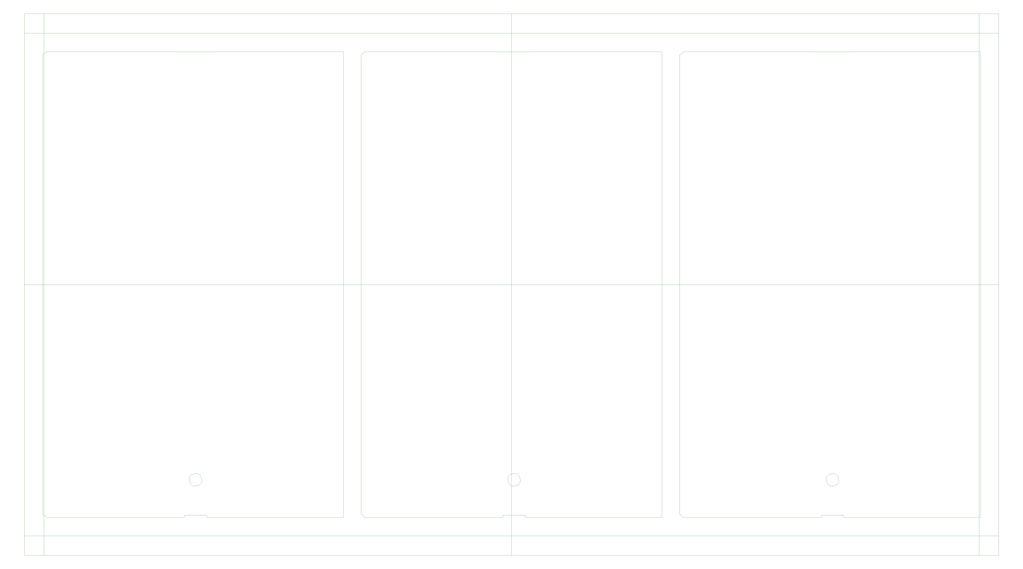
<source format=gbr>
G04 CAM350 V10.5 (Build 464) Date:  Thu Apr 06 16:15:20 2023 *
G04 Database: e:\luyen tap\2023\04 month\m1000r12700-sm-x716b digitizer\m1000r12700-00(1).cam *
G04 Layer 2: outline *
%FSLAX44Y44*%
%MOMM*%
%SFA1.000B1.000*%

%MIA0B0*%
%IPPOS*%
%ADD100C,0.01000*%
%ADD101C,0.10000*%
%ADD102C,0.20000*%
%LNoutline*%
%LPD*%
G54D102*
X0Y0D03*
G54D101*
X-2500000Y-1390000D02*
G01X2500000D01*
Y-1390000D02*
G01Y1390000D01*
X-2500000Y-1390000D02*
G01Y1390000D01*
Y1390000D02*
G01X2500000D01*
X-2500000Y1290000D02*
G01X2500000D01*
X-2500000Y-1290000D02*
G01X2500000D01*
X-2400000Y-1390000D02*
G01Y1390000D01*
X2400000Y-1390000D02*
G01Y1390000D01*
X-2500000Y0D02*
G01X2500000D01*
X0Y-1390000D02*
G01Y1390000D01*
G54D100*
X-1627806Y-1034721D02*
G01X-1627385Y-1034772D01*
X-1626962Y-1034786*
X-1626540Y-1034765*
X-1626120Y-1034709*
X-1625704Y-1034616*
X-1603048Y-1028539*
X-1602644Y-1028412*
X-1602252Y-1028252*
X-1601876Y-1028059*
X-1601517Y-1027835*
X-1601175Y-1027578*
X-1599163Y-1025790*
X-1597302Y-1023849*
X-1595604Y-1021765*
X-1594078Y-1019551*
X-1592734Y-1017222*
X-1591582Y-1014793*
X-1590628Y-1012279*
X-1589878Y-1009696*
X-1589339Y-1007065*
X-1589289Y-1006645*
X-1589274Y-1006222*
X-1589295Y-1005799*
X-1589351Y-1005380*
X-1589444Y-1004963*
X-1595521Y-982308*
X-1595648Y-981905*
X-1595808Y-981513*
X-1596001Y-981137*
X-1596225Y-980778*
X-1596482Y-980435*
X-1598266Y-978427*
X-1600207Y-976566*
X-1602291Y-974867*
X-1604504Y-973341*
X-1606833Y-971997*
X-1609262Y-970844*
X-1611776Y-969889*
X-1614358Y-969140*
X-1616995Y-968599*
X-1617414Y-968548*
X-1617837Y-968534*
X-1618260Y-968555*
X-1618679Y-968611*
X-1619097Y-968704*
X-1641752Y-974781*
X-1642156Y-974907*
X-1642547Y-975068*
X-1642924Y-975261*
X-1643283Y-975485*
X-1643625Y-975742*
X-1645633Y-977526*
X-1647494Y-979467*
X-1649193Y-981551*
X-1650720Y-983764*
X-1652064Y-986093*
X-1653216Y-988522*
X-1654171Y-991036*
X-1654921Y-993618*
X-1655461Y-996255*
X-1655512Y-996674*
X-1655527Y-997097*
X-1655506Y-997520*
X-1655449Y-997939*
X-1655356Y-998357*
X-1649279Y-1021012*
X-1649152Y-1021416*
X-1648992Y-1021808*
X-1648799Y-1022184*
X-1648575Y-1022543*
X-1648319Y-1022885*
X-1646531Y-1024897*
X-1644589Y-1026758*
X-1642505Y-1028456*
X-1640291Y-1029983*
X-1637962Y-1031326*
X-1635533Y-1032479*
X-1633019Y-1033433*
X-1630436Y-1034182*
X-1627806Y-1034721*
X-1525221Y1194660D02*
G01X-1525563Y1194510D01*
X-1525917Y1194385*
X-1526279Y1194287*
X-1526648Y1194217*
X-1527021Y1194174*
X-1527400Y1194160*
X-1717400*
X-1717774Y1194174*
X-1718147Y1194216*
X-1718515Y1194286*
X-1718878Y1194383*
X-1719232Y1194508*
X-1719579Y1194660*
X-1719922Y1194811*
X-1720276Y1194935*
X-1720638Y1195033*
X-1721007Y1195103*
X-1721380Y1195146*
X-1721759Y1195160*
X-2384419*
X-2384842Y1195142*
X-2385264Y1195088*
X-2385679Y1194999*
X-2386085Y1194874*
X-2386479Y1194716*
X-2386859Y1194524*
X-2387220Y1194301*
X-2387568Y1194044*
X-2405249Y1179708*
X-2405552Y1179441*
X-2405833Y1179151*
X-2406089Y1178838*
X-2406319Y1178507*
X-2406522Y1178157*
X-2406696Y1177793*
X-2406840Y1177415*
X-2406953Y1177028*
X-2407034Y1176632*
X-2407083Y1176231*
X-2407100Y1175824*
Y-1175824*
X-2407084Y-1176227*
X-2407035Y-1176628*
X-2406954Y-1177023*
X-2406841Y-1177411*
X-2406698Y-1177789*
X-2406524Y-1178153*
X-2406322Y-1178503*
X-2406092Y-1178835*
X-2405836Y-1179147*
X-2405555Y-1179438*
X-2405249Y-1179708*
X-2387568Y-1194044*
X-2387226Y-1194297*
X-2386865Y-1194521*
X-2386486Y-1194713*
X-2386092Y-1194872*
X-2385686Y-1194997*
X-2385271Y-1195087*
X-2384849Y-1195141*
X-2384419Y-1195160*
X-1684450*
X-1684014Y-1195141*
X-1683582Y-1195084*
X-1683156Y-1194990*
X-1682740Y-1194858*
X-1682337Y-1194692*
X-1681950Y-1194490*
X-1681582Y-1194256*
X-1681236Y-1193990*
X-1680914Y-1193696*
X-1680620Y-1193374*
X-1680354Y-1193028*
X-1680120Y-1192660*
X-1679918Y-1192273*
X-1679752Y-1191870*
X-1679620Y-1191454*
X-1679526Y-1191028*
X-1679469Y-1190596*
X-1679450Y-1190160*
Y-1187160*
X-1679435Y-1186812*
X-1679389Y-1186466*
X-1679314Y-1186125*
X-1679209Y-1185793*
X-1679076Y-1185470*
X-1678914Y-1185161*
X-1678727Y-1184866*
X-1678515Y-1184589*
X-1678279Y-1184332*
X-1678022Y-1184096*
X-1677745Y-1183884*
X-1677451Y-1183696*
X-1677141Y-1183535*
X-1676819Y-1183401*
X-1676486Y-1183296*
X-1676145Y-1183221*
X-1675799Y-1183175*
X-1675450Y-1183160*
X-1569350*
X-1569001Y-1183175*
X-1568655Y-1183221*
X-1568315Y-1183296*
X-1567982Y-1183401*
X-1567660Y-1183535*
X-1567350Y-1183696*
X-1567056Y-1183883*
X-1566779Y-1184096*
X-1566522Y-1184332*
X-1566286Y-1184589*
X-1566073Y-1184866*
X-1565886Y-1185160*
X-1565725Y-1185470*
X-1565591Y-1185792*
X-1565486Y-1186125*
X-1565411Y-1186465*
X-1565365Y-1186811*
X-1565350Y-1187160*
Y-1190160*
X-1565331Y-1190596*
X-1565274Y-1191028*
X-1565180Y-1191454*
X-1565048Y-1191870*
X-1564882Y-1192273*
X-1564680Y-1192660*
X-1564446Y-1193028*
X-1564180Y-1193374*
X-1563886Y-1193696*
X-1563564Y-1193990*
X-1563218Y-1194256*
X-1562850Y-1194490*
X-1562463Y-1194692*
X-1562060Y-1194858*
X-1561644Y-1194990*
X-1561218Y-1195084*
X-1560786Y-1195141*
X-1560350Y-1195160*
X-867900*
X-867464Y-1195141*
X-867032Y-1195084*
X-866606Y-1194990*
X-866190Y-1194858*
X-865787Y-1194692*
X-865400Y-1194490*
X-865032Y-1194256*
X-864686Y-1193990*
X-864364Y-1193696*
X-864070Y-1193374*
X-863804Y-1193028*
X-863570Y-1192660*
X-863368Y-1192273*
X-863202Y-1191870*
X-863070Y-1191454*
X-862976Y-1191028*
X-862919Y-1190596*
X-862900Y-1190160*
Y1190160*
X-862919Y1190596*
X-862976Y1191028*
X-863070Y1191454*
X-863202Y1191870*
X-863368Y1192273*
X-863570Y1192660*
X-863804Y1193028*
X-864070Y1193374*
X-864364Y1193696*
X-864686Y1193990*
X-865032Y1194256*
X-865400Y1194490*
X-865787Y1194692*
X-866190Y1194858*
X-866606Y1194990*
X-867032Y1195084*
X-867464Y1195141*
X-867900Y1195160*
X-1523041*
X-1523415Y1195146*
X-1523788Y1195104*
X-1524156Y1195034*
X-1524519Y1194937*
X-1524873Y1194812*
X-1525221Y1194660*
X7194Y-1034721D02*
G01X7615Y-1034772D01*
X8038Y-1034786*
X8460Y-1034765*
X8880Y-1034709*
X9296Y-1034616*
X31952Y-1028539*
X32356Y-1028412*
X32748Y-1028252*
X33124Y-1028059*
X33483Y-1027835*
X33825Y-1027578*
X35837Y-1025790*
X37698Y-1023849*
X39396Y-1021765*
X40922Y-1019551*
X42266Y-1017222*
X43418Y-1014793*
X44372Y-1012279*
X45122Y-1009696*
X45661Y-1007065*
X45711Y-1006645*
X45726Y-1006222*
X45705Y-1005799*
X45649Y-1005380*
X45556Y-1004963*
X39479Y-982308*
X39352Y-981905*
X39192Y-981513*
X38999Y-981137*
X38775Y-980778*
X38518Y-980435*
X36734Y-978427*
X34793Y-976566*
X32709Y-974867*
X30496Y-973341*
X28167Y-971997*
X25738Y-970844*
X23224Y-969889*
X20642Y-969140*
X18005Y-968599*
X17586Y-968548*
X17163Y-968534*
X16740Y-968555*
X16321Y-968611*
X15903Y-968704*
X-6752Y-974781*
X-7156Y-974907*
X-7547Y-975068*
X-7924Y-975261*
X-8283Y-975485*
X-8625Y-975742*
X-10633Y-977526*
X-12494Y-979467*
X-14193Y-981551*
X-15720Y-983764*
X-17064Y-986093*
X-18216Y-988522*
X-19171Y-991036*
X-19921Y-993618*
X-20461Y-996255*
X-20512Y-996674*
X-20527Y-997097*
X-20506Y-997520*
X-20449Y-997939*
X-20356Y-998357*
X-14279Y-1021012*
X-14152Y-1021416*
X-13992Y-1021808*
X-13799Y-1022184*
X-13575Y-1022543*
X-13319Y-1022885*
X-11531Y-1024897*
X-9589Y-1026758*
X-7505Y-1028456*
X-5291Y-1029983*
X-2962Y-1031326*
X-533Y-1032479*
X1981Y-1033433*
X4564Y-1034182*
X7194Y-1034721*
X109779Y1194660D02*
G01X109437Y1194510D01*
X109083Y1194385*
X108721Y1194287*
X108352Y1194217*
X107979Y1194174*
X107600Y1194160*
X-82400*
X-82774Y1194174*
X-83147Y1194216*
X-83515Y1194286*
X-83878Y1194383*
X-84232Y1194508*
X-84579Y1194660*
X-84922Y1194811*
X-85276Y1194935*
X-85638Y1195033*
X-86007Y1195103*
X-86380Y1195146*
X-86759Y1195160*
X-749419*
X-749842Y1195142*
X-750264Y1195088*
X-750679Y1194999*
X-751085Y1194874*
X-751479Y1194716*
X-751859Y1194524*
X-752220Y1194301*
X-752568Y1194044*
X-770249Y1179708*
X-770552Y1179441*
X-770833Y1179151*
X-771089Y1178838*
X-771319Y1178507*
X-771522Y1178157*
X-771696Y1177793*
X-771840Y1177415*
X-771953Y1177028*
X-772034Y1176632*
X-772083Y1176231*
X-772100Y1175824*
Y-1175824*
X-772084Y-1176227*
X-772035Y-1176628*
X-771954Y-1177023*
X-771841Y-1177411*
X-771698Y-1177789*
X-771524Y-1178153*
X-771322Y-1178503*
X-771092Y-1178835*
X-770836Y-1179147*
X-770555Y-1179438*
X-770249Y-1179708*
X-752568Y-1194044*
X-752226Y-1194297*
X-751865Y-1194521*
X-751486Y-1194713*
X-751092Y-1194872*
X-750686Y-1194997*
X-750271Y-1195087*
X-749849Y-1195141*
X-749419Y-1195160*
X-49450*
X-49013Y-1195141*
X-48581Y-1195084*
X-48155Y-1194989*
X-47739Y-1194858*
X-47336Y-1194691*
X-46949Y-1194490*
X-46581Y-1194255*
X-46235Y-1193990*
X-45914Y-1193695*
X-45619Y-1193373*
X-45354Y-1193027*
X-45119Y-1192659*
X-44918Y-1192272*
X-44751Y-1191869*
X-44620Y-1191453*
X-44526Y-1191027*
X-44469Y-1190595*
X-44450Y-1190160*
Y-1187160*
X-44435Y-1186811*
X-44389Y-1186465*
X-44314Y-1186124*
X-44209Y-1185791*
X-44075Y-1185469*
X-43914Y-1185159*
X-43726Y-1184865*
X-43514Y-1184588*
X-43278Y-1184331*
X-43021Y-1184095*
X-42744Y-1183883*
X-42449Y-1183696*
X-42140Y-1183534*
X-41817Y-1183401*
X-41485Y-1183296*
X-41144Y-1183221*
X-40798Y-1183175*
X-40450Y-1183160*
X65650*
X65999Y-1183175*
X66345Y-1183221*
X66685Y-1183296*
X67018Y-1183401*
X67340Y-1183535*
X67650Y-1183696*
X67944Y-1183883*
X68221Y-1184096*
X68478Y-1184332*
X68714Y-1184589*
X68927Y-1184866*
X69114Y-1185160*
X69275Y-1185470*
X69409Y-1185792*
X69514Y-1186125*
X69589Y-1186465*
X69635Y-1186811*
X69650Y-1187160*
Y-1190160*
X69669Y-1190596*
X69726Y-1191028*
X69820Y-1191454*
X69952Y-1191870*
X70118Y-1192273*
X70320Y-1192660*
X70554Y-1193028*
X70820Y-1193374*
X71114Y-1193696*
X71436Y-1193990*
X71782Y-1194256*
X72150Y-1194490*
X72537Y-1194692*
X72940Y-1194858*
X73356Y-1194990*
X73782Y-1195084*
X74214Y-1195141*
X74650Y-1195160*
X767100*
X767536Y-1195141*
X767968Y-1195084*
X768394Y-1194990*
X768810Y-1194858*
X769213Y-1194692*
X769600Y-1194490*
X769968Y-1194256*
X770314Y-1193990*
X770636Y-1193696*
X770930Y-1193374*
X771196Y-1193028*
X771430Y-1192660*
X771632Y-1192273*
X771798Y-1191870*
X771930Y-1191454*
X772024Y-1191028*
X772081Y-1190596*
X772100Y-1190160*
Y1190160*
X772081Y1190596*
X772024Y1191028*
X771930Y1191454*
X771798Y1191870*
X771632Y1192273*
X771430Y1192660*
X771196Y1193028*
X770930Y1193374*
X770636Y1193696*
X770314Y1193990*
X769968Y1194256*
X769600Y1194490*
X769213Y1194692*
X768810Y1194858*
X768394Y1194990*
X767968Y1195084*
X767536Y1195141*
X767100Y1195160*
X111959*
X111585Y1195146*
X111212Y1195104*
X110844Y1195034*
X110481Y1194937*
X110127Y1194812*
X109779Y1194660*
X1642194Y-1034721D02*
G01X1642615Y-1034772D01*
X1643038Y-1034786*
X1643460Y-1034765*
X1643880Y-1034709*
X1644296Y-1034616*
X1666952Y-1028539*
X1667356Y-1028412*
X1667748Y-1028252*
X1668124Y-1028059*
X1668483Y-1027835*
X1668825Y-1027578*
X1670837Y-1025790*
X1672698Y-1023849*
X1674396Y-1021765*
X1675922Y-1019551*
X1677266Y-1017222*
X1678418Y-1014793*
X1679372Y-1012279*
X1680122Y-1009696*
X1680661Y-1007065*
X1680711Y-1006645*
X1680726Y-1006222*
X1680705Y-1005799*
X1680649Y-1005380*
X1680556Y-1004963*
X1674479Y-982308*
X1674352Y-981905*
X1674192Y-981513*
X1673999Y-981137*
X1673775Y-980778*
X1673518Y-980435*
X1671734Y-978427*
X1669793Y-976566*
X1667709Y-974867*
X1665496Y-973341*
X1663167Y-971997*
X1660738Y-970844*
X1658224Y-969889*
X1655642Y-969140*
X1653005Y-968599*
X1652586Y-968548*
X1652163Y-968534*
X1651740Y-968555*
X1651321Y-968611*
X1650903Y-968704*
X1628248Y-974781*
X1627844Y-974907*
X1627453Y-975068*
X1627076Y-975261*
X1626717Y-975485*
X1626375Y-975742*
X1624367Y-977526*
X1622506Y-979467*
X1620807Y-981551*
X1619280Y-983764*
X1617936Y-986093*
X1616784Y-988522*
X1615829Y-991036*
X1615079Y-993618*
X1614539Y-996255*
X1614488Y-996674*
X1614473Y-997097*
X1614494Y-997520*
X1614551Y-997939*
X1614644Y-998357*
X1620721Y-1021012*
X1620848Y-1021416*
X1621008Y-1021808*
X1621201Y-1022184*
X1621425Y-1022543*
X1621681Y-1022885*
X1623469Y-1024897*
X1625411Y-1026758*
X1627495Y-1028456*
X1629709Y-1029983*
X1632038Y-1031326*
X1634467Y-1032479*
X1636981Y-1033433*
X1639564Y-1034182*
X1642194Y-1034721*
X1744779Y1194660D02*
G01X1744437Y1194510D01*
X1744083Y1194385*
X1743721Y1194287*
X1743352Y1194217*
X1742979Y1194174*
X1742600Y1194160*
X1552600*
X1552226Y1194174*
X1551853Y1194216*
X1551485Y1194286*
X1551122Y1194383*
X1550768Y1194508*
X1550421Y1194660*
X1550078Y1194811*
X1549724Y1194935*
X1549362Y1195033*
X1548993Y1195103*
X1548620Y1195146*
X1548241Y1195160*
X885581*
X885158Y1195142*
X884736Y1195088*
X884321Y1194999*
X883915Y1194874*
X883521Y1194716*
X883141Y1194524*
X882780Y1194301*
X882432Y1194044*
X864751Y1179708*
X864448Y1179441*
X864167Y1179151*
X863911Y1178838*
X863681Y1178507*
X863478Y1178157*
X863304Y1177793*
X863160Y1177415*
X863047Y1177028*
X862966Y1176632*
X862917Y1176231*
X862900Y1175824*
Y-1175824*
X862916Y-1176227*
X862965Y-1176628*
X863046Y-1177023*
X863159Y-1177411*
X863302Y-1177789*
X863476Y-1178153*
X863678Y-1178503*
X863908Y-1178835*
X864164Y-1179147*
X864445Y-1179438*
X864751Y-1179708*
X882432Y-1194044*
X882774Y-1194297*
X883135Y-1194521*
X883514Y-1194713*
X883908Y-1194872*
X884314Y-1194997*
X884729Y-1195087*
X885151Y-1195141*
X885581Y-1195160*
X1585550*
X1585986Y-1195141*
X1586418Y-1195084*
X1586844Y-1194990*
X1587260Y-1194858*
X1587663Y-1194692*
X1588050Y-1194490*
X1588418Y-1194256*
X1588764Y-1193990*
X1589086Y-1193696*
X1589380Y-1193374*
X1589646Y-1193028*
X1589880Y-1192660*
X1590082Y-1192273*
X1590248Y-1191870*
X1590380Y-1191454*
X1590474Y-1191028*
X1590531Y-1190596*
X1590550Y-1190160*
Y-1187160*
X1590565Y-1186812*
X1590611Y-1186466*
X1590686Y-1186125*
X1590791Y-1185793*
X1590924Y-1185470*
X1591086Y-1185161*
X1591273Y-1184866*
X1591485Y-1184589*
X1591721Y-1184332*
X1591978Y-1184096*
X1592255Y-1183884*
X1592549Y-1183696*
X1592859Y-1183535*
X1593181Y-1183401*
X1593514Y-1183296*
X1593855Y-1183221*
X1594201Y-1183175*
X1594550Y-1183160*
X1700650*
X1700999Y-1183175*
X1701345Y-1183221*
X1701685Y-1183296*
X1702018Y-1183401*
X1702340Y-1183535*
X1702650Y-1183696*
X1702944Y-1183883*
X1703221Y-1184096*
X1703478Y-1184332*
X1703714Y-1184589*
X1703927Y-1184866*
X1704114Y-1185160*
X1704275Y-1185470*
X1704409Y-1185792*
X1704514Y-1186125*
X1704589Y-1186465*
X1704635Y-1186811*
X1704650Y-1187160*
Y-1190160*
X1704669Y-1190596*
X1704726Y-1191028*
X1704820Y-1191454*
X1704952Y-1191870*
X1705118Y-1192273*
X1705320Y-1192660*
X1705554Y-1193028*
X1705820Y-1193374*
X1706114Y-1193696*
X1706436Y-1193990*
X1706782Y-1194256*
X1707150Y-1194490*
X1707537Y-1194692*
X1707940Y-1194858*
X1708356Y-1194990*
X1708782Y-1195084*
X1709214Y-1195141*
X1709650Y-1195160*
X2402100*
X2402536Y-1195141*
X2402968Y-1195084*
X2403394Y-1194990*
X2403810Y-1194858*
X2404213Y-1194692*
X2404600Y-1194490*
X2404968Y-1194256*
X2405314Y-1193990*
X2405636Y-1193696*
X2405930Y-1193374*
X2406196Y-1193028*
X2406430Y-1192660*
X2406632Y-1192273*
X2406798Y-1191870*
X2406930Y-1191454*
X2407024Y-1191028*
X2407081Y-1190596*
X2407100Y-1190160*
Y1190160*
X2407081Y1190596*
X2407024Y1191028*
X2406930Y1191454*
X2406798Y1191870*
X2406632Y1192273*
X2406430Y1192660*
X2406196Y1193028*
X2405930Y1193374*
X2405636Y1193696*
X2405314Y1193990*
X2404968Y1194256*
X2404600Y1194490*
X2404213Y1194692*
X2403810Y1194858*
X2403394Y1194990*
X2402968Y1195084*
X2402536Y1195141*
X2402100Y1195160*
X1746959*
X1746585Y1195146*
X1746212Y1195104*
X1745844Y1195034*
X1745481Y1194937*
X1745127Y1194812*
X1744779Y1194660*
M02*

</source>
